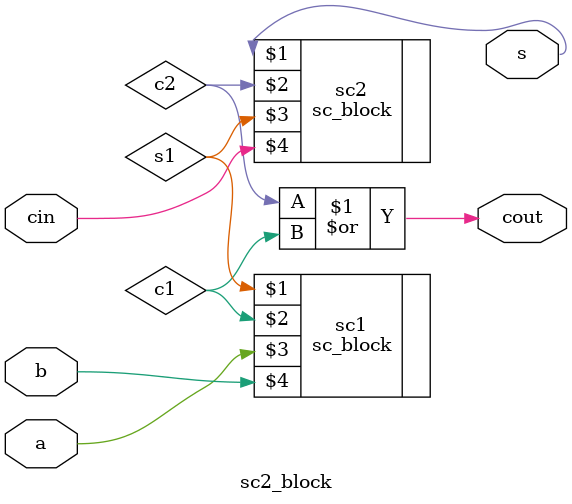
<source format=v>

module sc2_block(s, cout, a, b, cin);
   output s, cout;
   input  a, b, cin;
   wire   s1, c1, c2;
   sc_block sc1(s1,c1,a,b);
   sc_block sc2(s,c2,s1,cin);
   or o1(cout,c2,c1);   
endmodule // sc2_block

</source>
